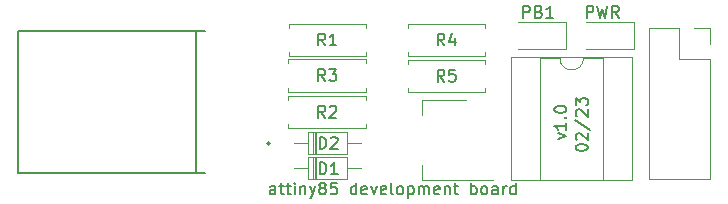
<source format=gto>
%TF.GenerationSoftware,KiCad,Pcbnew,(6.0.8)*%
%TF.CreationDate,2023-02-21T13:23:49+01:00*%
%TF.ProjectId,attiny85,61747469-6e79-4383-952e-6b696361645f,rev?*%
%TF.SameCoordinates,Original*%
%TF.FileFunction,Legend,Top*%
%TF.FilePolarity,Positive*%
%FSLAX46Y46*%
G04 Gerber Fmt 4.6, Leading zero omitted, Abs format (unit mm)*
G04 Created by KiCad (PCBNEW (6.0.8)) date 2023-02-21 13:23:49*
%MOMM*%
%LPD*%
G01*
G04 APERTURE LIST*
%ADD10C,0.150000*%
%ADD11C,0.127000*%
%ADD12C,0.200000*%
%ADD13C,0.120000*%
G04 APERTURE END LIST*
D10*
X175361904Y-90152380D02*
X175361904Y-89152380D01*
X175600000Y-89152380D01*
X175742857Y-89200000D01*
X175838095Y-89295238D01*
X175885714Y-89390476D01*
X175933333Y-89580952D01*
X175933333Y-89723809D01*
X175885714Y-89914285D01*
X175838095Y-90009523D01*
X175742857Y-90104761D01*
X175600000Y-90152380D01*
X175361904Y-90152380D01*
X176885714Y-90152380D02*
X176314285Y-90152380D01*
X176600000Y-90152380D02*
X176600000Y-89152380D01*
X176504761Y-89295238D01*
X176409523Y-89390476D01*
X176314285Y-89438095D01*
X197966666Y-76902380D02*
X197966666Y-75902380D01*
X198347619Y-75902380D01*
X198442857Y-75950000D01*
X198490476Y-75997619D01*
X198538095Y-76092857D01*
X198538095Y-76235714D01*
X198490476Y-76330952D01*
X198442857Y-76378571D01*
X198347619Y-76426190D01*
X197966666Y-76426190D01*
X198871428Y-75902380D02*
X199109523Y-76902380D01*
X199300000Y-76188095D01*
X199490476Y-76902380D01*
X199728571Y-75902380D01*
X200680952Y-76902380D02*
X200347619Y-76426190D01*
X200109523Y-76902380D02*
X200109523Y-75902380D01*
X200490476Y-75902380D01*
X200585714Y-75950000D01*
X200633333Y-75997619D01*
X200680952Y-76092857D01*
X200680952Y-76235714D01*
X200633333Y-76330952D01*
X200585714Y-76378571D01*
X200490476Y-76426190D01*
X200109523Y-76426190D01*
X192611904Y-76902380D02*
X192611904Y-75902380D01*
X192992857Y-75902380D01*
X193088095Y-75950000D01*
X193135714Y-75997619D01*
X193183333Y-76092857D01*
X193183333Y-76235714D01*
X193135714Y-76330952D01*
X193088095Y-76378571D01*
X192992857Y-76426190D01*
X192611904Y-76426190D01*
X193945238Y-76378571D02*
X194088095Y-76426190D01*
X194135714Y-76473809D01*
X194183333Y-76569047D01*
X194183333Y-76711904D01*
X194135714Y-76807142D01*
X194088095Y-76854761D01*
X193992857Y-76902380D01*
X193611904Y-76902380D01*
X193611904Y-75902380D01*
X193945238Y-75902380D01*
X194040476Y-75950000D01*
X194088095Y-75997619D01*
X194135714Y-76092857D01*
X194135714Y-76188095D01*
X194088095Y-76283333D01*
X194040476Y-76330952D01*
X193945238Y-76378571D01*
X193611904Y-76378571D01*
X195135714Y-76902380D02*
X194564285Y-76902380D01*
X194850000Y-76902380D02*
X194850000Y-75902380D01*
X194754761Y-76045238D01*
X194659523Y-76140476D01*
X194564285Y-76188095D01*
X197052380Y-87950000D02*
X197052380Y-87854761D01*
X197100000Y-87759523D01*
X197147619Y-87711904D01*
X197242857Y-87664285D01*
X197433333Y-87616666D01*
X197671428Y-87616666D01*
X197861904Y-87664285D01*
X197957142Y-87711904D01*
X198004761Y-87759523D01*
X198052380Y-87854761D01*
X198052380Y-87950000D01*
X198004761Y-88045238D01*
X197957142Y-88092857D01*
X197861904Y-88140476D01*
X197671428Y-88188095D01*
X197433333Y-88188095D01*
X197242857Y-88140476D01*
X197147619Y-88092857D01*
X197100000Y-88045238D01*
X197052380Y-87950000D01*
X197147619Y-87235714D02*
X197100000Y-87188095D01*
X197052380Y-87092857D01*
X197052380Y-86854761D01*
X197100000Y-86759523D01*
X197147619Y-86711904D01*
X197242857Y-86664285D01*
X197338095Y-86664285D01*
X197480952Y-86711904D01*
X198052380Y-87283333D01*
X198052380Y-86664285D01*
X197004761Y-85521428D02*
X198290476Y-86378571D01*
X197147619Y-85235714D02*
X197100000Y-85188095D01*
X197052380Y-85092857D01*
X197052380Y-84854761D01*
X197100000Y-84759523D01*
X197147619Y-84711904D01*
X197242857Y-84664285D01*
X197338095Y-84664285D01*
X197480952Y-84711904D01*
X198052380Y-85283333D01*
X198052380Y-84664285D01*
X197052380Y-84330952D02*
X197052380Y-83711904D01*
X197433333Y-84045238D01*
X197433333Y-83902380D01*
X197480952Y-83807142D01*
X197528571Y-83759523D01*
X197623809Y-83711904D01*
X197861904Y-83711904D01*
X197957142Y-83759523D01*
X198004761Y-83807142D01*
X198052380Y-83902380D01*
X198052380Y-84188095D01*
X198004761Y-84283333D01*
X197957142Y-84330952D01*
X175361904Y-88002380D02*
X175361904Y-87002380D01*
X175600000Y-87002380D01*
X175742857Y-87050000D01*
X175838095Y-87145238D01*
X175885714Y-87240476D01*
X175933333Y-87430952D01*
X175933333Y-87573809D01*
X175885714Y-87764285D01*
X175838095Y-87859523D01*
X175742857Y-87954761D01*
X175600000Y-88002380D01*
X175361904Y-88002380D01*
X176314285Y-87097619D02*
X176361904Y-87050000D01*
X176457142Y-87002380D01*
X176695238Y-87002380D01*
X176790476Y-87050000D01*
X176838095Y-87097619D01*
X176885714Y-87192857D01*
X176885714Y-87288095D01*
X176838095Y-87430952D01*
X176266666Y-88002380D01*
X176885714Y-88002380D01*
X195585714Y-87178571D02*
X196252380Y-86940476D01*
X195585714Y-86702380D01*
X196252380Y-85797619D02*
X196252380Y-86369047D01*
X196252380Y-86083333D02*
X195252380Y-86083333D01*
X195395238Y-86178571D01*
X195490476Y-86273809D01*
X195538095Y-86369047D01*
X196157142Y-85369047D02*
X196204761Y-85321428D01*
X196252380Y-85369047D01*
X196204761Y-85416666D01*
X196157142Y-85369047D01*
X196252380Y-85369047D01*
X195252380Y-84702380D02*
X195252380Y-84607142D01*
X195300000Y-84511904D01*
X195347619Y-84464285D01*
X195442857Y-84416666D01*
X195633333Y-84369047D01*
X195871428Y-84369047D01*
X196061904Y-84416666D01*
X196157142Y-84464285D01*
X196204761Y-84511904D01*
X196252380Y-84607142D01*
X196252380Y-84702380D01*
X196204761Y-84797619D01*
X196157142Y-84845238D01*
X196061904Y-84892857D01*
X195871428Y-84940476D01*
X195633333Y-84940476D01*
X195442857Y-84892857D01*
X195347619Y-84845238D01*
X195300000Y-84797619D01*
X195252380Y-84702380D01*
X171622619Y-91852380D02*
X171622619Y-91328571D01*
X171575000Y-91233333D01*
X171479761Y-91185714D01*
X171289285Y-91185714D01*
X171194047Y-91233333D01*
X171622619Y-91804761D02*
X171527380Y-91852380D01*
X171289285Y-91852380D01*
X171194047Y-91804761D01*
X171146428Y-91709523D01*
X171146428Y-91614285D01*
X171194047Y-91519047D01*
X171289285Y-91471428D01*
X171527380Y-91471428D01*
X171622619Y-91423809D01*
X171955952Y-91185714D02*
X172336904Y-91185714D01*
X172098809Y-90852380D02*
X172098809Y-91709523D01*
X172146428Y-91804761D01*
X172241666Y-91852380D01*
X172336904Y-91852380D01*
X172527380Y-91185714D02*
X172908333Y-91185714D01*
X172670238Y-90852380D02*
X172670238Y-91709523D01*
X172717857Y-91804761D01*
X172813095Y-91852380D01*
X172908333Y-91852380D01*
X173241666Y-91852380D02*
X173241666Y-91185714D01*
X173241666Y-90852380D02*
X173194047Y-90900000D01*
X173241666Y-90947619D01*
X173289285Y-90900000D01*
X173241666Y-90852380D01*
X173241666Y-90947619D01*
X173717857Y-91185714D02*
X173717857Y-91852380D01*
X173717857Y-91280952D02*
X173765476Y-91233333D01*
X173860714Y-91185714D01*
X174003571Y-91185714D01*
X174098809Y-91233333D01*
X174146428Y-91328571D01*
X174146428Y-91852380D01*
X174527380Y-91185714D02*
X174765476Y-91852380D01*
X175003571Y-91185714D02*
X174765476Y-91852380D01*
X174670238Y-92090476D01*
X174622619Y-92138095D01*
X174527380Y-92185714D01*
X175527380Y-91280952D02*
X175432142Y-91233333D01*
X175384523Y-91185714D01*
X175336904Y-91090476D01*
X175336904Y-91042857D01*
X175384523Y-90947619D01*
X175432142Y-90900000D01*
X175527380Y-90852380D01*
X175717857Y-90852380D01*
X175813095Y-90900000D01*
X175860714Y-90947619D01*
X175908333Y-91042857D01*
X175908333Y-91090476D01*
X175860714Y-91185714D01*
X175813095Y-91233333D01*
X175717857Y-91280952D01*
X175527380Y-91280952D01*
X175432142Y-91328571D01*
X175384523Y-91376190D01*
X175336904Y-91471428D01*
X175336904Y-91661904D01*
X175384523Y-91757142D01*
X175432142Y-91804761D01*
X175527380Y-91852380D01*
X175717857Y-91852380D01*
X175813095Y-91804761D01*
X175860714Y-91757142D01*
X175908333Y-91661904D01*
X175908333Y-91471428D01*
X175860714Y-91376190D01*
X175813095Y-91328571D01*
X175717857Y-91280952D01*
X176813095Y-90852380D02*
X176336904Y-90852380D01*
X176289285Y-91328571D01*
X176336904Y-91280952D01*
X176432142Y-91233333D01*
X176670238Y-91233333D01*
X176765476Y-91280952D01*
X176813095Y-91328571D01*
X176860714Y-91423809D01*
X176860714Y-91661904D01*
X176813095Y-91757142D01*
X176765476Y-91804761D01*
X176670238Y-91852380D01*
X176432142Y-91852380D01*
X176336904Y-91804761D01*
X176289285Y-91757142D01*
X178479761Y-91852380D02*
X178479761Y-90852380D01*
X178479761Y-91804761D02*
X178384523Y-91852380D01*
X178194047Y-91852380D01*
X178098809Y-91804761D01*
X178051190Y-91757142D01*
X178003571Y-91661904D01*
X178003571Y-91376190D01*
X178051190Y-91280952D01*
X178098809Y-91233333D01*
X178194047Y-91185714D01*
X178384523Y-91185714D01*
X178479761Y-91233333D01*
X179336904Y-91804761D02*
X179241666Y-91852380D01*
X179051190Y-91852380D01*
X178955952Y-91804761D01*
X178908333Y-91709523D01*
X178908333Y-91328571D01*
X178955952Y-91233333D01*
X179051190Y-91185714D01*
X179241666Y-91185714D01*
X179336904Y-91233333D01*
X179384523Y-91328571D01*
X179384523Y-91423809D01*
X178908333Y-91519047D01*
X179717857Y-91185714D02*
X179955952Y-91852380D01*
X180194047Y-91185714D01*
X180955952Y-91804761D02*
X180860714Y-91852380D01*
X180670238Y-91852380D01*
X180575000Y-91804761D01*
X180527380Y-91709523D01*
X180527380Y-91328571D01*
X180575000Y-91233333D01*
X180670238Y-91185714D01*
X180860714Y-91185714D01*
X180955952Y-91233333D01*
X181003571Y-91328571D01*
X181003571Y-91423809D01*
X180527380Y-91519047D01*
X181575000Y-91852380D02*
X181479761Y-91804761D01*
X181432142Y-91709523D01*
X181432142Y-90852380D01*
X182098809Y-91852380D02*
X182003571Y-91804761D01*
X181955952Y-91757142D01*
X181908333Y-91661904D01*
X181908333Y-91376190D01*
X181955952Y-91280952D01*
X182003571Y-91233333D01*
X182098809Y-91185714D01*
X182241666Y-91185714D01*
X182336904Y-91233333D01*
X182384523Y-91280952D01*
X182432142Y-91376190D01*
X182432142Y-91661904D01*
X182384523Y-91757142D01*
X182336904Y-91804761D01*
X182241666Y-91852380D01*
X182098809Y-91852380D01*
X182860714Y-91185714D02*
X182860714Y-92185714D01*
X182860714Y-91233333D02*
X182955952Y-91185714D01*
X183146428Y-91185714D01*
X183241666Y-91233333D01*
X183289285Y-91280952D01*
X183336904Y-91376190D01*
X183336904Y-91661904D01*
X183289285Y-91757142D01*
X183241666Y-91804761D01*
X183146428Y-91852380D01*
X182955952Y-91852380D01*
X182860714Y-91804761D01*
X183765476Y-91852380D02*
X183765476Y-91185714D01*
X183765476Y-91280952D02*
X183813095Y-91233333D01*
X183908333Y-91185714D01*
X184051190Y-91185714D01*
X184146428Y-91233333D01*
X184194047Y-91328571D01*
X184194047Y-91852380D01*
X184194047Y-91328571D02*
X184241666Y-91233333D01*
X184336904Y-91185714D01*
X184479761Y-91185714D01*
X184575000Y-91233333D01*
X184622619Y-91328571D01*
X184622619Y-91852380D01*
X185479761Y-91804761D02*
X185384523Y-91852380D01*
X185194047Y-91852380D01*
X185098809Y-91804761D01*
X185051190Y-91709523D01*
X185051190Y-91328571D01*
X185098809Y-91233333D01*
X185194047Y-91185714D01*
X185384523Y-91185714D01*
X185479761Y-91233333D01*
X185527380Y-91328571D01*
X185527380Y-91423809D01*
X185051190Y-91519047D01*
X185955952Y-91185714D02*
X185955952Y-91852380D01*
X185955952Y-91280952D02*
X186003571Y-91233333D01*
X186098809Y-91185714D01*
X186241666Y-91185714D01*
X186336904Y-91233333D01*
X186384523Y-91328571D01*
X186384523Y-91852380D01*
X186717857Y-91185714D02*
X187098809Y-91185714D01*
X186860714Y-90852380D02*
X186860714Y-91709523D01*
X186908333Y-91804761D01*
X187003571Y-91852380D01*
X187098809Y-91852380D01*
X188194047Y-91852380D02*
X188194047Y-90852380D01*
X188194047Y-91233333D02*
X188289285Y-91185714D01*
X188479761Y-91185714D01*
X188575000Y-91233333D01*
X188622619Y-91280952D01*
X188670238Y-91376190D01*
X188670238Y-91661904D01*
X188622619Y-91757142D01*
X188575000Y-91804761D01*
X188479761Y-91852380D01*
X188289285Y-91852380D01*
X188194047Y-91804761D01*
X189241666Y-91852380D02*
X189146428Y-91804761D01*
X189098809Y-91757142D01*
X189051190Y-91661904D01*
X189051190Y-91376190D01*
X189098809Y-91280952D01*
X189146428Y-91233333D01*
X189241666Y-91185714D01*
X189384523Y-91185714D01*
X189479761Y-91233333D01*
X189527380Y-91280952D01*
X189575000Y-91376190D01*
X189575000Y-91661904D01*
X189527380Y-91757142D01*
X189479761Y-91804761D01*
X189384523Y-91852380D01*
X189241666Y-91852380D01*
X190432142Y-91852380D02*
X190432142Y-91328571D01*
X190384523Y-91233333D01*
X190289285Y-91185714D01*
X190098809Y-91185714D01*
X190003571Y-91233333D01*
X190432142Y-91804761D02*
X190336904Y-91852380D01*
X190098809Y-91852380D01*
X190003571Y-91804761D01*
X189955952Y-91709523D01*
X189955952Y-91614285D01*
X190003571Y-91519047D01*
X190098809Y-91471428D01*
X190336904Y-91471428D01*
X190432142Y-91423809D01*
X190908333Y-91852380D02*
X190908333Y-91185714D01*
X190908333Y-91376190D02*
X190955952Y-91280952D01*
X191003571Y-91233333D01*
X191098809Y-91185714D01*
X191194047Y-91185714D01*
X191955952Y-91852380D02*
X191955952Y-90852380D01*
X191955952Y-91804761D02*
X191860714Y-91852380D01*
X191670238Y-91852380D01*
X191575000Y-91804761D01*
X191527380Y-91757142D01*
X191479761Y-91661904D01*
X191479761Y-91376190D01*
X191527380Y-91280952D01*
X191575000Y-91233333D01*
X191670238Y-91185714D01*
X191860714Y-91185714D01*
X191955952Y-91233333D01*
%TO.C,R4*%
X185933333Y-79252380D02*
X185600000Y-78776190D01*
X185361904Y-79252380D02*
X185361904Y-78252380D01*
X185742857Y-78252380D01*
X185838095Y-78300000D01*
X185885714Y-78347619D01*
X185933333Y-78442857D01*
X185933333Y-78585714D01*
X185885714Y-78680952D01*
X185838095Y-78728571D01*
X185742857Y-78776190D01*
X185361904Y-78776190D01*
X186790476Y-78585714D02*
X186790476Y-79252380D01*
X186552380Y-78204761D02*
X186314285Y-78919047D01*
X186933333Y-78919047D01*
%TO.C,R5*%
X185933333Y-82302380D02*
X185600000Y-81826190D01*
X185361904Y-82302380D02*
X185361904Y-81302380D01*
X185742857Y-81302380D01*
X185838095Y-81350000D01*
X185885714Y-81397619D01*
X185933333Y-81492857D01*
X185933333Y-81635714D01*
X185885714Y-81730952D01*
X185838095Y-81778571D01*
X185742857Y-81826190D01*
X185361904Y-81826190D01*
X186838095Y-81302380D02*
X186361904Y-81302380D01*
X186314285Y-81778571D01*
X186361904Y-81730952D01*
X186457142Y-81683333D01*
X186695238Y-81683333D01*
X186790476Y-81730952D01*
X186838095Y-81778571D01*
X186885714Y-81873809D01*
X186885714Y-82111904D01*
X186838095Y-82207142D01*
X186790476Y-82254761D01*
X186695238Y-82302380D01*
X186457142Y-82302380D01*
X186361904Y-82254761D01*
X186314285Y-82207142D01*
%TO.C,R1*%
X175843333Y-79252380D02*
X175510000Y-78776190D01*
X175271904Y-79252380D02*
X175271904Y-78252380D01*
X175652857Y-78252380D01*
X175748095Y-78300000D01*
X175795714Y-78347619D01*
X175843333Y-78442857D01*
X175843333Y-78585714D01*
X175795714Y-78680952D01*
X175748095Y-78728571D01*
X175652857Y-78776190D01*
X175271904Y-78776190D01*
X176795714Y-79252380D02*
X176224285Y-79252380D01*
X176510000Y-79252380D02*
X176510000Y-78252380D01*
X176414761Y-78395238D01*
X176319523Y-78490476D01*
X176224285Y-78538095D01*
%TO.C,R3*%
X175843333Y-82252380D02*
X175510000Y-81776190D01*
X175271904Y-82252380D02*
X175271904Y-81252380D01*
X175652857Y-81252380D01*
X175748095Y-81300000D01*
X175795714Y-81347619D01*
X175843333Y-81442857D01*
X175843333Y-81585714D01*
X175795714Y-81680952D01*
X175748095Y-81728571D01*
X175652857Y-81776190D01*
X175271904Y-81776190D01*
X176176666Y-81252380D02*
X176795714Y-81252380D01*
X176462380Y-81633333D01*
X176605238Y-81633333D01*
X176700476Y-81680952D01*
X176748095Y-81728571D01*
X176795714Y-81823809D01*
X176795714Y-82061904D01*
X176748095Y-82157142D01*
X176700476Y-82204761D01*
X176605238Y-82252380D01*
X176319523Y-82252380D01*
X176224285Y-82204761D01*
X176176666Y-82157142D01*
%TO.C,R2*%
X175833333Y-85352380D02*
X175500000Y-84876190D01*
X175261904Y-85352380D02*
X175261904Y-84352380D01*
X175642857Y-84352380D01*
X175738095Y-84400000D01*
X175785714Y-84447619D01*
X175833333Y-84542857D01*
X175833333Y-84685714D01*
X175785714Y-84780952D01*
X175738095Y-84828571D01*
X175642857Y-84876190D01*
X175261904Y-84876190D01*
X176214285Y-84447619D02*
X176261904Y-84400000D01*
X176357142Y-84352380D01*
X176595238Y-84352380D01*
X176690476Y-84400000D01*
X176738095Y-84447619D01*
X176785714Y-84542857D01*
X176785714Y-84638095D01*
X176738095Y-84780952D01*
X176166666Y-85352380D01*
X176785714Y-85352380D01*
D11*
%TO.C,J1*%
X165637500Y-78055750D02*
X164887500Y-78055750D01*
X164887500Y-78055750D02*
X164887500Y-90055750D01*
X164887500Y-90055750D02*
X165637500Y-90055750D01*
X164887500Y-78055750D02*
X149837500Y-78055750D01*
X149837500Y-78055750D02*
X149837500Y-90055750D01*
X149837500Y-90055750D02*
X164887500Y-90055750D01*
D12*
X171137500Y-87555750D02*
G75*
G03*
X171137500Y-87555750I-100000J0D01*
G01*
D13*
%TO.C,J2*%
X203220000Y-90590000D02*
X208420000Y-90590000D01*
X203220000Y-77770000D02*
X205820000Y-77770000D01*
X208420000Y-77770000D02*
X208420000Y-79100000D01*
X205820000Y-77770000D02*
X205820000Y-80370000D01*
X208420000Y-80370000D02*
X208420000Y-90590000D01*
X207090000Y-77770000D02*
X208420000Y-77770000D01*
X203220000Y-77770000D02*
X203220000Y-90590000D01*
X205820000Y-80370000D02*
X208420000Y-80370000D01*
%TO.C,R4*%
X182830000Y-80170000D02*
X189370000Y-80170000D01*
X182830000Y-77430000D02*
X189370000Y-77430000D01*
X189370000Y-80170000D02*
X189370000Y-79840000D01*
X182830000Y-77760000D02*
X182830000Y-77430000D01*
X182830000Y-79840000D02*
X182830000Y-80170000D01*
X189370000Y-77430000D02*
X189370000Y-77760000D01*
%TO.C,D4*%
X196260000Y-77265000D02*
X192200000Y-77265000D01*
X196260000Y-79535000D02*
X196260000Y-77265000D01*
X192200000Y-79535000D02*
X196260000Y-79535000D01*
%TO.C,R5*%
X182830000Y-80780000D02*
X182830000Y-80450000D01*
X189370000Y-83190000D02*
X189370000Y-82860000D01*
X189370000Y-80450000D02*
X189370000Y-80780000D01*
X182830000Y-80450000D02*
X189370000Y-80450000D01*
X182830000Y-82860000D02*
X182830000Y-83190000D01*
X182830000Y-83190000D02*
X189370000Y-83190000D01*
%TO.C,R1*%
X179280000Y-80170000D02*
X179280000Y-79840000D01*
X172740000Y-80170000D02*
X179280000Y-80170000D01*
X172740000Y-77760000D02*
X172740000Y-77430000D01*
X172740000Y-79840000D02*
X172740000Y-80170000D01*
X179280000Y-77430000D02*
X179280000Y-77760000D01*
X172740000Y-77430000D02*
X179280000Y-77430000D01*
%TO.C,U1*%
X199360000Y-90600000D02*
X199360000Y-80320000D01*
X191570000Y-90660000D02*
X201850000Y-90660000D01*
X201850000Y-80260000D02*
X191570000Y-80260000D01*
X191570000Y-80260000D02*
X191570000Y-90660000D01*
X194060000Y-90600000D02*
X199360000Y-90600000D01*
X194060000Y-80320000D02*
X194060000Y-90600000D01*
X199360000Y-80320000D02*
X197710000Y-80320000D01*
X201850000Y-90660000D02*
X201850000Y-80260000D01*
X195710000Y-80320000D02*
X194060000Y-80320000D01*
X195710000Y-80320000D02*
G75*
G03*
X197710000Y-80320000I1000000J0D01*
G01*
%TO.C,D3*%
X201960000Y-79535000D02*
X201960000Y-77265000D01*
X197900000Y-79535000D02*
X201960000Y-79535000D01*
X201960000Y-77265000D02*
X197900000Y-77265000D01*
%TO.C,D1*%
X177650000Y-88730000D02*
X174370000Y-88730000D01*
X177650000Y-90570000D02*
X177650000Y-88730000D01*
X174826000Y-88730000D02*
X174826000Y-90570000D01*
X174370000Y-90570000D02*
X177650000Y-90570000D01*
X178830000Y-89650000D02*
X177650000Y-89650000D01*
X175066000Y-88730000D02*
X175066000Y-90570000D01*
X174946000Y-88730000D02*
X174946000Y-90570000D01*
X173190000Y-89650000D02*
X174370000Y-89650000D01*
X174370000Y-88730000D02*
X174370000Y-90570000D01*
%TO.C,U2*%
X190050000Y-90660000D02*
X184040000Y-90660000D01*
X187800000Y-83840000D02*
X184040000Y-83840000D01*
X184040000Y-90660000D02*
X184040000Y-89400000D01*
X184040000Y-83840000D02*
X184040000Y-85100000D01*
%TO.C,R3*%
X179270000Y-80760000D02*
X179270000Y-80430000D01*
X179270000Y-80430000D02*
X172730000Y-80430000D01*
X179270000Y-83170000D02*
X172730000Y-83170000D01*
X172730000Y-80430000D02*
X172730000Y-80760000D01*
X172730000Y-83170000D02*
X172730000Y-82840000D01*
X179270000Y-82840000D02*
X179270000Y-83170000D01*
%TO.C,R2*%
X179270000Y-86270000D02*
X172730000Y-86270000D01*
X179270000Y-83860000D02*
X179270000Y-83530000D01*
X172730000Y-86270000D02*
X172730000Y-85940000D01*
X179270000Y-85940000D02*
X179270000Y-86270000D01*
X179270000Y-83530000D02*
X172730000Y-83530000D01*
X172730000Y-83530000D02*
X172730000Y-83860000D01*
%TO.C,D2*%
X173190000Y-87500000D02*
X174370000Y-87500000D01*
X174826000Y-86580000D02*
X174826000Y-88420000D01*
X174946000Y-86580000D02*
X174946000Y-88420000D01*
X174370000Y-88420000D02*
X177650000Y-88420000D01*
X178830000Y-87500000D02*
X177650000Y-87500000D01*
X177650000Y-86580000D02*
X174370000Y-86580000D01*
X177650000Y-88420000D02*
X177650000Y-86580000D01*
X175066000Y-86580000D02*
X175066000Y-88420000D01*
X174370000Y-86580000D02*
X174370000Y-88420000D01*
%TD*%
M02*

</source>
